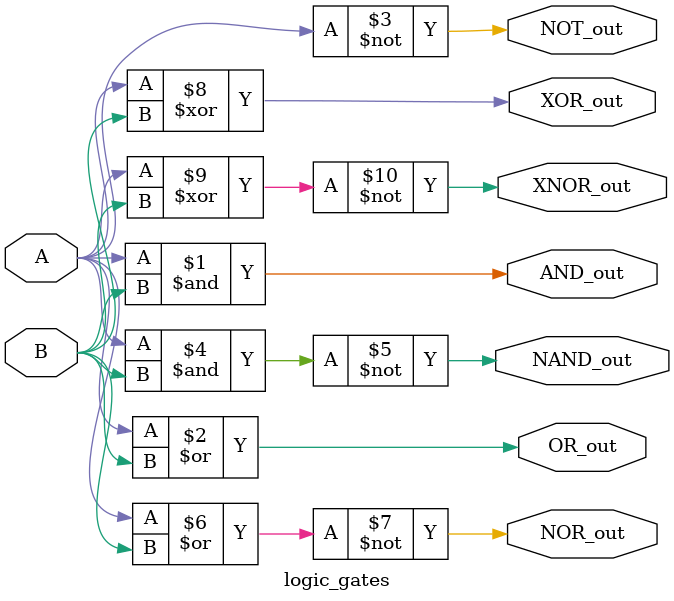
<source format=sv>
`timescale 1ns / 1ps


module logic_gates( input logic A,
    input logic B,
    output logic AND_out,
    output logic OR_out,
    output logic NOT_out,
    output logic NAND_out,
    output logic NOR_out,
    output logic XOR_out,
    output logic XNOR_out
);
    // Traditional implementation
    assign AND_out = A & B;
    assign OR_out = A | B;
    assign NOT_out = ~A;
    assign NAND_out = ~(A & B);
    assign NOR_out = ~(A | B);
    assign XOR_out = A ^ B;
    assign XNOR_out = ~(A ^ B);

  
endmodule

</source>
